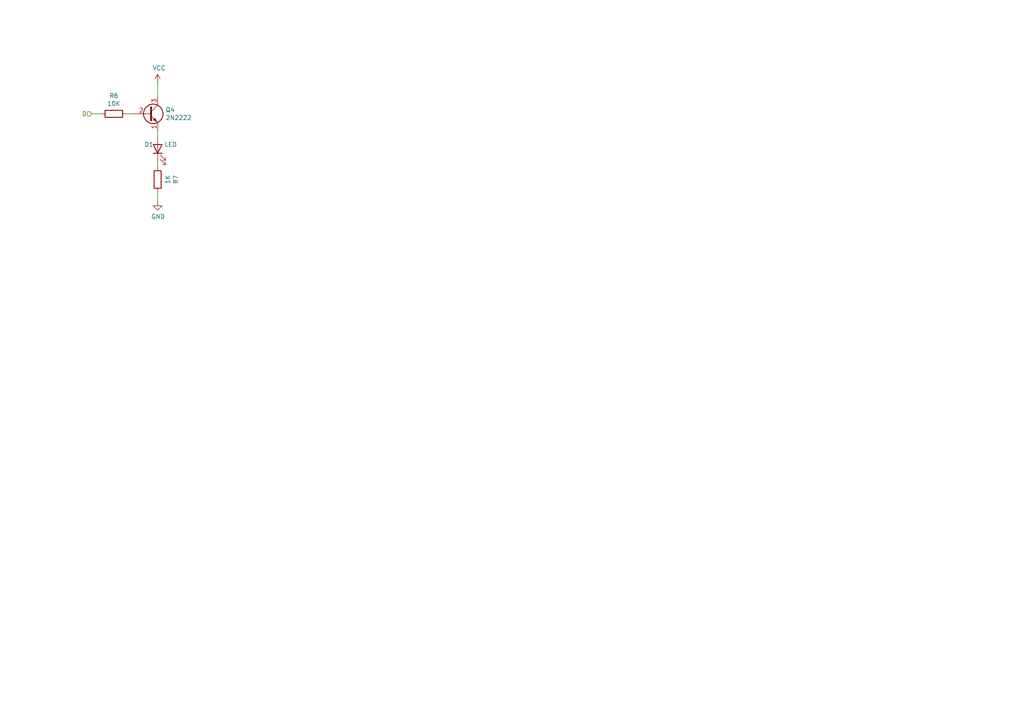
<source format=kicad_sch>
(kicad_sch (version 20230121) (generator eeschema)
  (paper "A4")
  (lib_symbols
    (symbol "2n2222:2N2222" (pin_names (offset 0) hide)
      (property "Reference" "Q" (at 5.08 1.905 0))
      (property "Value" "2N2222" (at 5.08 0 0))
      (symbol "2N2222_0_1"
        (polyline (pts (xy 0.635 0.635) (xy 2.54 2.54)))
        (polyline (pts (xy 0.635 -0.635) (xy 2.54 -2.54) (xy 2.54 -2.54)))
        (polyline (pts (xy 0.635 1.905) (xy 0.635 -1.905) (xy 0.635 -1.905)) (stroke (width 0.508)))
        (polyline (pts (xy 1.27 -1.778) (xy 1.778 -1.27) (xy 2.286 -2.286) (xy 1.27 -1.778) (xy 1.27 -1.778)) (fill (type outline)))
        (circle (center 1.27 0) (radius 2.8194) (stroke (width 0.254)))
      )
      (symbol "2N2222_1_1"
        (pin passive line (at 2.54 -5.08 90) (length 2.54) (name "E") (number "1"))
        (pin passive line (at -5.08 0 0) (length 5.715) (name "B") (number "2"))
        (pin passive line (at 2.54 5.08 270) (length 2.54) (name "C") (number "3"))
      )
    )
    (symbol "Device:LED" (pin_numbers hide) (pin_names (offset 1.016) hide)
      (property "Reference" "D" (at 0 2.54 0))
      (property "Value" "LED" (at 0 -2.54 0))
      (symbol "LED_0_1"
        (polyline (pts (xy -1.27 -1.27) (xy -1.27 1.27)) (stroke (width 0.254)))
        (polyline (pts (xy -1.27 0) (xy 1.27 0)))
        (polyline (pts (xy 1.27 -1.27) (xy 1.27 1.27) (xy -1.27 0) (xy 1.27 -1.27)) (stroke (width 0.254)))
        (polyline (pts (xy -3.048 -0.762) (xy -4.572 -2.286) (xy -3.81 -2.286) (xy -4.572 -2.286) (xy -4.572 -1.524)))
        (polyline (pts (xy -1.778 -0.762) (xy -3.302 -2.286) (xy -2.54 -2.286) (xy -3.302 -2.286) (xy -3.302 -1.524)))
      )
      (symbol "LED_1_1"
        (pin passive line (at -3.81 0 0) (length 2.54) (name "K") (number "1"))
        (pin passive line (at 3.81 0 180) (length 2.54) (name "A") (number "2"))
      )
    )
    (symbol "Device:R" (pin_numbers hide) (pin_names (offset 0))
      (property "Reference" "R" (at 2.032 0 90))
      (property "Value" "R" (at 0 0 90))
      (symbol "R_0_1"
        (rectangle (start -1.016 -2.54) (end 1.016 2.54) (stroke (width 0.254)))
      )
      (symbol "R_1_1"
        (pin passive line (at 0 3.81 270) (length 1.27) (name "~") (number "1"))
        (pin passive line (at 0 -3.81 90) (length 1.27) (name "~") (number "2"))
      )
    )
    (symbol "power:GND" (power) (pin_names (offset 0))
      (property "Value" "GND" (at 0 -3.81 0))
      (symbol "GND_0_1"
        (polyline (pts (xy 0 0) (xy 0 -1.27) (xy 1.27 -1.27) (xy 0 -2.54) (xy -1.27 -1.27) (xy 0 -1.27)))
      )
      (symbol "GND_1_1"
        (pin power_in line (at 0 0 270) (length 0) hide (name "GND") (number "1"))
      )
    )
    (symbol "power:VCC" (power) (pin_names (offset 0))
      (property "Value" "VCC" (at 0 3.81 0))
      (symbol "VCC_0_1"
        (polyline (pts (xy -0.762 1.27) (xy 0 2.54)))
        (polyline (pts (xy 0 0) (xy 0 2.54)))
        (polyline (pts (xy 0 2.54) (xy 0.762 1.27)))
      )
      (symbol "VCC_1_1"
        (pin power_in line (at 0 0 90) (length 0) hide (name "VCC") (number "1"))
      )
    )
  )
  (wire (pts (xy 45.72 58.42) (xy 45.72 55.88)))
  (wire (pts (xy 45.72 38.1) (xy 45.72 39.37)))
  (wire (pts (xy 29.21 33.02) (xy 26.67 33.02)))
  (wire (pts (xy 45.72 27.94) (xy 45.72 24.13)))
  (wire (pts (xy 38.1 33.02) (xy 36.83 33.02)))
  (wire (pts (xy 45.72 48.26) (xy 45.72 46.99)))
  (hierarchical_label "D" (shape input) (at 26.67 33.02 180))
  (symbol (lib_id "Device:R") (at 33.02 33.02 270) (unit 1)
    (property "Reference" "R6" (at 33.02 27.7622 90))
    (property "Value" "10K" (at 33.02 30.0736 90))
    (property "Footprint" "Resistor_THT:R_Axial_DIN0309_L9.0mm_D3.2mm_P12.70mm_Horizontal" (effects hide))
  )
  (symbol (lib_id "2n2222:2N2222") (at 43.18 33.02 0) (unit 1)
    (property "Reference" "Q4" (at 48.006 31.8516 0) (effects (justify left)))
    (property "Value" "2N2222" (at 48.006 34.163 0) (effects (justify left)))
    (property "Footprint" "Package_TO_SOT_THT:TO-92_Inline" (effects hide))
    (property "Datasheet" "https://www.fairchildsemi.com/datasheets/2N/2N3904.pdf" (effects hide))
  )
  (symbol (lib_id "Device:R") (at 45.72 52.07 180) (unit 1)
    (property "Reference" "R7" (at 50.9778 52.07 90))
    (property "Value" "1K" (at 48.6664 52.07 90))
    (property "Footprint" "Resistor_THT:R_Axial_DIN0309_L9.0mm_D3.2mm_P12.70mm_Horizontal" (effects hide))
  )
  (symbol (lib_id "power:GND") (at 45.72 58.42 0) (unit 1)
    (property "Reference" "#PWR023" (effects hide))
    (property "Value" "GND" (at 45.847 62.8142 0))
  )
  (symbol (lib_id "Device:LED") (at 45.72 43.18 90) (unit 1)
    (property "Reference" "D1" (at 43.18 41.91 90))
    (property "Value" "LED" (at 49.53 41.91 90))
    (property "Footprint" "LED_THT:LED_D5.0mm" (effects hide))
  )
  (symbol (lib_id "power:VCC") (at 45.72 24.13 0) (unit 1)
    (property "Reference" "#PWR022" (effects hide))
    (property "Value" "VCC" (at 46.1518 19.7358 0))
  )
)
</source>
